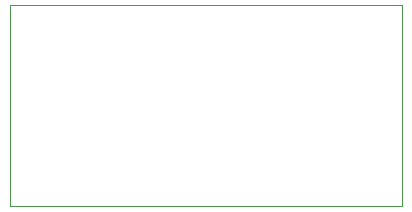
<source format=gm1>
%TF.GenerationSoftware,KiCad,Pcbnew,(6.0.5)*%
%TF.CreationDate,2024-01-21T09:52:01+01:00*%
%TF.ProjectId,pmod_usb_serial,706d6f64-5f75-4736-925f-73657269616c,rev?*%
%TF.SameCoordinates,Original*%
%TF.FileFunction,Profile,NP*%
%FSLAX46Y46*%
G04 Gerber Fmt 4.6, Leading zero omitted, Abs format (unit mm)*
G04 Created by KiCad (PCBNEW (6.0.5)) date 2024-01-21 09:52:01*
%MOMM*%
%LPD*%
G01*
G04 APERTURE LIST*
%TA.AperFunction,Profile*%
%ADD10C,0.100000*%
%TD*%
G04 APERTURE END LIST*
D10*
X126365000Y-89027000D02*
X159512000Y-89027000D01*
X159512000Y-89027000D02*
X159512000Y-106045000D01*
X159512000Y-106045000D02*
X126365000Y-106045000D01*
X126365000Y-106045000D02*
X126365000Y-89027000D01*
M02*

</source>
